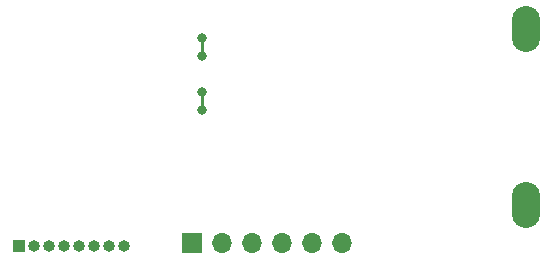
<source format=gbr>
G04 #@! TF.GenerationSoftware,KiCad,Pcbnew,5.1.6-c6e7f7d~87~ubuntu18.04.1*
G04 #@! TF.CreationDate,2020-08-29T18:23:14+01:00*
G04 #@! TF.ProjectId,ossw_lcd,6f737377-5f6c-4636-942e-6b696361645f,1.1*
G04 #@! TF.SameCoordinates,Original*
G04 #@! TF.FileFunction,Copper,L1,Top*
G04 #@! TF.FilePolarity,Positive*
%FSLAX46Y46*%
G04 Gerber Fmt 4.6, Leading zero omitted, Abs format (unit mm)*
G04 Created by KiCad (PCBNEW 5.1.6-c6e7f7d~87~ubuntu18.04.1) date 2020-08-29 18:23:14*
%MOMM*%
%LPD*%
G01*
G04 APERTURE LIST*
G04 #@! TA.AperFunction,ComponentPad*
%ADD10O,2.400000X3.900000*%
G04 #@! TD*
G04 #@! TA.AperFunction,ComponentPad*
%ADD11R,1.700000X1.700000*%
G04 #@! TD*
G04 #@! TA.AperFunction,ComponentPad*
%ADD12O,1.700000X1.700000*%
G04 #@! TD*
G04 #@! TA.AperFunction,ComponentPad*
%ADD13R,1.000000X1.000000*%
G04 #@! TD*
G04 #@! TA.AperFunction,ComponentPad*
%ADD14O,1.000000X1.000000*%
G04 #@! TD*
G04 #@! TA.AperFunction,ViaPad*
%ADD15C,0.800000*%
G04 #@! TD*
G04 #@! TA.AperFunction,Conductor*
%ADD16C,0.250000*%
G04 #@! TD*
G04 APERTURE END LIST*
D10*
X194564000Y-101346000D03*
X194564000Y-86446000D03*
D11*
X166319200Y-104546400D03*
D12*
X168859200Y-104546400D03*
X171399200Y-104546400D03*
X173939200Y-104546400D03*
X176479200Y-104546400D03*
X179019200Y-104546400D03*
D13*
X151638000Y-104800400D03*
D14*
X152908000Y-104800400D03*
X154178000Y-104800400D03*
X155448000Y-104800400D03*
X156718000Y-104800400D03*
X157988000Y-104800400D03*
X159258000Y-104800400D03*
X160528000Y-104800400D03*
D15*
X167132000Y-88696800D03*
X167132000Y-87172800D03*
X167132000Y-93268800D03*
X167132000Y-91744800D03*
D16*
X167132000Y-88696800D02*
X167132000Y-87172800D01*
X167132000Y-93268800D02*
X167132000Y-91744800D01*
M02*

</source>
